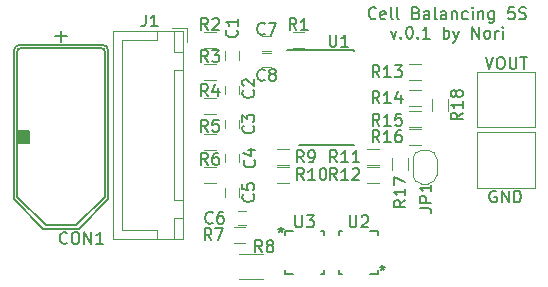
<source format=gto>
G04 #@! TF.GenerationSoftware,KiCad,Pcbnew,(5.1.10)-1*
G04 #@! TF.CreationDate,2021-09-05T18:13:48+09:00*
G04 #@! TF.ProjectId,CellBalancing_BQ77915_5S,43656c6c-4261-46c6-916e-63696e675f42,rev?*
G04 #@! TF.SameCoordinates,Original*
G04 #@! TF.FileFunction,Legend,Top*
G04 #@! TF.FilePolarity,Positive*
%FSLAX46Y46*%
G04 Gerber Fmt 4.6, Leading zero omitted, Abs format (unit mm)*
G04 Created by KiCad (PCBNEW (5.1.10)-1) date 2021-09-05 18:13:48*
%MOMM*%
%LPD*%
G01*
G04 APERTURE LIST*
%ADD10C,0.150000*%
%ADD11C,0.120000*%
%ADD12C,0.127000*%
%ADD13C,0.152400*%
G04 APERTURE END LIST*
D10*
X141752380Y-96632142D02*
X141704761Y-96679761D01*
X141561904Y-96727380D01*
X141466666Y-96727380D01*
X141323809Y-96679761D01*
X141228571Y-96584523D01*
X141180952Y-96489285D01*
X141133333Y-96298809D01*
X141133333Y-96155952D01*
X141180952Y-95965476D01*
X141228571Y-95870238D01*
X141323809Y-95775000D01*
X141466666Y-95727380D01*
X141561904Y-95727380D01*
X141704761Y-95775000D01*
X141752380Y-95822619D01*
X142561904Y-96679761D02*
X142466666Y-96727380D01*
X142276190Y-96727380D01*
X142180952Y-96679761D01*
X142133333Y-96584523D01*
X142133333Y-96203571D01*
X142180952Y-96108333D01*
X142276190Y-96060714D01*
X142466666Y-96060714D01*
X142561904Y-96108333D01*
X142609523Y-96203571D01*
X142609523Y-96298809D01*
X142133333Y-96394047D01*
X143180952Y-96727380D02*
X143085714Y-96679761D01*
X143038095Y-96584523D01*
X143038095Y-95727380D01*
X143704761Y-96727380D02*
X143609523Y-96679761D01*
X143561904Y-96584523D01*
X143561904Y-95727380D01*
X145180952Y-96203571D02*
X145323809Y-96251190D01*
X145371428Y-96298809D01*
X145419047Y-96394047D01*
X145419047Y-96536904D01*
X145371428Y-96632142D01*
X145323809Y-96679761D01*
X145228571Y-96727380D01*
X144847619Y-96727380D01*
X144847619Y-95727380D01*
X145180952Y-95727380D01*
X145276190Y-95775000D01*
X145323809Y-95822619D01*
X145371428Y-95917857D01*
X145371428Y-96013095D01*
X145323809Y-96108333D01*
X145276190Y-96155952D01*
X145180952Y-96203571D01*
X144847619Y-96203571D01*
X146276190Y-96727380D02*
X146276190Y-96203571D01*
X146228571Y-96108333D01*
X146133333Y-96060714D01*
X145942857Y-96060714D01*
X145847619Y-96108333D01*
X146276190Y-96679761D02*
X146180952Y-96727380D01*
X145942857Y-96727380D01*
X145847619Y-96679761D01*
X145800000Y-96584523D01*
X145800000Y-96489285D01*
X145847619Y-96394047D01*
X145942857Y-96346428D01*
X146180952Y-96346428D01*
X146276190Y-96298809D01*
X146895238Y-96727380D02*
X146800000Y-96679761D01*
X146752380Y-96584523D01*
X146752380Y-95727380D01*
X147704761Y-96727380D02*
X147704761Y-96203571D01*
X147657142Y-96108333D01*
X147561904Y-96060714D01*
X147371428Y-96060714D01*
X147276190Y-96108333D01*
X147704761Y-96679761D02*
X147609523Y-96727380D01*
X147371428Y-96727380D01*
X147276190Y-96679761D01*
X147228571Y-96584523D01*
X147228571Y-96489285D01*
X147276190Y-96394047D01*
X147371428Y-96346428D01*
X147609523Y-96346428D01*
X147704761Y-96298809D01*
X148180952Y-96060714D02*
X148180952Y-96727380D01*
X148180952Y-96155952D02*
X148228571Y-96108333D01*
X148323809Y-96060714D01*
X148466666Y-96060714D01*
X148561904Y-96108333D01*
X148609523Y-96203571D01*
X148609523Y-96727380D01*
X149514285Y-96679761D02*
X149419047Y-96727380D01*
X149228571Y-96727380D01*
X149133333Y-96679761D01*
X149085714Y-96632142D01*
X149038095Y-96536904D01*
X149038095Y-96251190D01*
X149085714Y-96155952D01*
X149133333Y-96108333D01*
X149228571Y-96060714D01*
X149419047Y-96060714D01*
X149514285Y-96108333D01*
X149942857Y-96727380D02*
X149942857Y-96060714D01*
X149942857Y-95727380D02*
X149895238Y-95775000D01*
X149942857Y-95822619D01*
X149990476Y-95775000D01*
X149942857Y-95727380D01*
X149942857Y-95822619D01*
X150419047Y-96060714D02*
X150419047Y-96727380D01*
X150419047Y-96155952D02*
X150466666Y-96108333D01*
X150561904Y-96060714D01*
X150704761Y-96060714D01*
X150800000Y-96108333D01*
X150847619Y-96203571D01*
X150847619Y-96727380D01*
X151752380Y-96060714D02*
X151752380Y-96870238D01*
X151704761Y-96965476D01*
X151657142Y-97013095D01*
X151561904Y-97060714D01*
X151419047Y-97060714D01*
X151323809Y-97013095D01*
X151752380Y-96679761D02*
X151657142Y-96727380D01*
X151466666Y-96727380D01*
X151371428Y-96679761D01*
X151323809Y-96632142D01*
X151276190Y-96536904D01*
X151276190Y-96251190D01*
X151323809Y-96155952D01*
X151371428Y-96108333D01*
X151466666Y-96060714D01*
X151657142Y-96060714D01*
X151752380Y-96108333D01*
X153466666Y-95727380D02*
X152990476Y-95727380D01*
X152942857Y-96203571D01*
X152990476Y-96155952D01*
X153085714Y-96108333D01*
X153323809Y-96108333D01*
X153419047Y-96155952D01*
X153466666Y-96203571D01*
X153514285Y-96298809D01*
X153514285Y-96536904D01*
X153466666Y-96632142D01*
X153419047Y-96679761D01*
X153323809Y-96727380D01*
X153085714Y-96727380D01*
X152990476Y-96679761D01*
X152942857Y-96632142D01*
X153895238Y-96679761D02*
X154038095Y-96727380D01*
X154276190Y-96727380D01*
X154371428Y-96679761D01*
X154419047Y-96632142D01*
X154466666Y-96536904D01*
X154466666Y-96441666D01*
X154419047Y-96346428D01*
X154371428Y-96298809D01*
X154276190Y-96251190D01*
X154085714Y-96203571D01*
X153990476Y-96155952D01*
X153942857Y-96108333D01*
X153895238Y-96013095D01*
X153895238Y-95917857D01*
X153942857Y-95822619D01*
X153990476Y-95775000D01*
X154085714Y-95727380D01*
X154323809Y-95727380D01*
X154466666Y-95775000D01*
X143014285Y-97710714D02*
X143252380Y-98377380D01*
X143490476Y-97710714D01*
X143871428Y-98282142D02*
X143919047Y-98329761D01*
X143871428Y-98377380D01*
X143823809Y-98329761D01*
X143871428Y-98282142D01*
X143871428Y-98377380D01*
X144538095Y-97377380D02*
X144633333Y-97377380D01*
X144728571Y-97425000D01*
X144776190Y-97472619D01*
X144823809Y-97567857D01*
X144871428Y-97758333D01*
X144871428Y-97996428D01*
X144823809Y-98186904D01*
X144776190Y-98282142D01*
X144728571Y-98329761D01*
X144633333Y-98377380D01*
X144538095Y-98377380D01*
X144442857Y-98329761D01*
X144395238Y-98282142D01*
X144347619Y-98186904D01*
X144300000Y-97996428D01*
X144300000Y-97758333D01*
X144347619Y-97567857D01*
X144395238Y-97472619D01*
X144442857Y-97425000D01*
X144538095Y-97377380D01*
X145300000Y-98282142D02*
X145347619Y-98329761D01*
X145300000Y-98377380D01*
X145252380Y-98329761D01*
X145300000Y-98282142D01*
X145300000Y-98377380D01*
X146300000Y-98377380D02*
X145728571Y-98377380D01*
X146014285Y-98377380D02*
X146014285Y-97377380D01*
X145919047Y-97520238D01*
X145823809Y-97615476D01*
X145728571Y-97663095D01*
X147490476Y-98377380D02*
X147490476Y-97377380D01*
X147490476Y-97758333D02*
X147585714Y-97710714D01*
X147776190Y-97710714D01*
X147871428Y-97758333D01*
X147919047Y-97805952D01*
X147966666Y-97901190D01*
X147966666Y-98186904D01*
X147919047Y-98282142D01*
X147871428Y-98329761D01*
X147776190Y-98377380D01*
X147585714Y-98377380D01*
X147490476Y-98329761D01*
X148300000Y-97710714D02*
X148538095Y-98377380D01*
X148776190Y-97710714D02*
X148538095Y-98377380D01*
X148442857Y-98615476D01*
X148395238Y-98663095D01*
X148300000Y-98710714D01*
X149919047Y-98377380D02*
X149919047Y-97377380D01*
X150490476Y-98377380D01*
X150490476Y-97377380D01*
X151109523Y-98377380D02*
X151014285Y-98329761D01*
X150966666Y-98282142D01*
X150919047Y-98186904D01*
X150919047Y-97901190D01*
X150966666Y-97805952D01*
X151014285Y-97758333D01*
X151109523Y-97710714D01*
X151252380Y-97710714D01*
X151347619Y-97758333D01*
X151395238Y-97805952D01*
X151442857Y-97901190D01*
X151442857Y-98186904D01*
X151395238Y-98282142D01*
X151347619Y-98329761D01*
X151252380Y-98377380D01*
X151109523Y-98377380D01*
X151871428Y-98377380D02*
X151871428Y-97710714D01*
X151871428Y-97901190D02*
X151919047Y-97805952D01*
X151966666Y-97758333D01*
X152061904Y-97710714D01*
X152157142Y-97710714D01*
X152490476Y-98377380D02*
X152490476Y-97710714D01*
X152490476Y-97377380D02*
X152442857Y-97425000D01*
X152490476Y-97472619D01*
X152538095Y-97425000D01*
X152490476Y-97377380D01*
X152490476Y-97472619D01*
D11*
X150300000Y-101200000D02*
X155200000Y-101200000D01*
X150300000Y-105900000D02*
X150300000Y-101200000D01*
X155200000Y-105900000D02*
X150300000Y-105900000D01*
X155200000Y-101200000D02*
X155200000Y-105900000D01*
X150300000Y-111000000D02*
X150300000Y-106300000D01*
X155200000Y-111000000D02*
X150300000Y-111000000D01*
X155200000Y-106300000D02*
X155200000Y-111000000D01*
X150300000Y-106300000D02*
X155200000Y-106300000D01*
D10*
X151938095Y-111300000D02*
X151842857Y-111252380D01*
X151700000Y-111252380D01*
X151557142Y-111300000D01*
X151461904Y-111395238D01*
X151414285Y-111490476D01*
X151366666Y-111680952D01*
X151366666Y-111823809D01*
X151414285Y-112014285D01*
X151461904Y-112109523D01*
X151557142Y-112204761D01*
X151700000Y-112252380D01*
X151795238Y-112252380D01*
X151938095Y-112204761D01*
X151985714Y-112157142D01*
X151985714Y-111823809D01*
X151795238Y-111823809D01*
X152414285Y-112252380D02*
X152414285Y-111252380D01*
X152985714Y-112252380D01*
X152985714Y-111252380D01*
X153461904Y-112252380D02*
X153461904Y-111252380D01*
X153700000Y-111252380D01*
X153842857Y-111300000D01*
X153938095Y-111395238D01*
X153985714Y-111490476D01*
X154033333Y-111680952D01*
X154033333Y-111823809D01*
X153985714Y-112014285D01*
X153938095Y-112109523D01*
X153842857Y-112204761D01*
X153700000Y-112252380D01*
X153461904Y-112252380D01*
X151038095Y-99952380D02*
X151371428Y-100952380D01*
X151704761Y-99952380D01*
X152228571Y-99952380D02*
X152419047Y-99952380D01*
X152514285Y-100000000D01*
X152609523Y-100095238D01*
X152657142Y-100285714D01*
X152657142Y-100619047D01*
X152609523Y-100809523D01*
X152514285Y-100904761D01*
X152419047Y-100952380D01*
X152228571Y-100952380D01*
X152133333Y-100904761D01*
X152038095Y-100809523D01*
X151990476Y-100619047D01*
X151990476Y-100285714D01*
X152038095Y-100095238D01*
X152133333Y-100000000D01*
X152228571Y-99952380D01*
X153085714Y-99952380D02*
X153085714Y-100761904D01*
X153133333Y-100857142D01*
X153180952Y-100904761D01*
X153276190Y-100952380D01*
X153466666Y-100952380D01*
X153561904Y-100904761D01*
X153609523Y-100857142D01*
X153657142Y-100761904D01*
X153657142Y-99952380D01*
X153990476Y-99952380D02*
X154561904Y-99952380D01*
X154276190Y-100952380D02*
X154276190Y-99952380D01*
X135275000Y-107425000D02*
X139925000Y-107425000D01*
X134200000Y-99325000D02*
X139925000Y-99325000D01*
X135275000Y-107425000D02*
X135275000Y-107400000D01*
X139925000Y-107425000D02*
X139925000Y-107400000D01*
X139925000Y-99375000D02*
X139925000Y-99400000D01*
D11*
X129000000Y-100150000D02*
X129000000Y-99450000D01*
X130200000Y-99450000D02*
X130200000Y-100150000D01*
X129000000Y-103050000D02*
X129000000Y-102350000D01*
X130200000Y-102350000D02*
X130200000Y-103050000D01*
X130200000Y-105250000D02*
X130200000Y-105950000D01*
X129000000Y-105950000D02*
X129000000Y-105250000D01*
X129000000Y-108850000D02*
X129000000Y-108150000D01*
X130200000Y-108150000D02*
X130200000Y-108850000D01*
X130200000Y-111050000D02*
X130200000Y-111750000D01*
X129000000Y-111750000D02*
X129000000Y-111050000D01*
X130750000Y-114200000D02*
X130050000Y-114200000D01*
X130050000Y-113000000D02*
X130750000Y-113000000D01*
X132850000Y-99400000D02*
X132150000Y-99400000D01*
X132150000Y-98200000D02*
X132850000Y-98200000D01*
X132150000Y-99600000D02*
X132850000Y-99600000D01*
X132850000Y-100800000D02*
X132150000Y-100800000D01*
D12*
X111600000Y-98900000D02*
X118600000Y-98900000D01*
X119100000Y-99400000D02*
X119100000Y-112000000D01*
X119100000Y-112000000D02*
X116600000Y-114500000D01*
X116600000Y-114500000D02*
X113600000Y-114500000D01*
X113600000Y-114500000D02*
X111100000Y-112000000D01*
X111100000Y-112000000D02*
X111100000Y-99400000D01*
X113800000Y-114200000D02*
X116400000Y-114200000D01*
X116400000Y-114200000D02*
X118800000Y-111800000D01*
X118800000Y-111800000D02*
X118800000Y-99450000D01*
X118550000Y-99200000D02*
X111650000Y-99200000D01*
X111400000Y-99450000D02*
X111400000Y-106200000D01*
X111400000Y-106200000D02*
X111400000Y-106300000D01*
X111400000Y-106300000D02*
X111400000Y-106400000D01*
X111400000Y-106400000D02*
X111400000Y-106500000D01*
X111400000Y-106500000D02*
X111400000Y-106600000D01*
X111400000Y-106600000D02*
X111400000Y-106700000D01*
X111400000Y-106700000D02*
X111400000Y-106800000D01*
X111400000Y-106800000D02*
X111400000Y-106900000D01*
X111400000Y-106900000D02*
X111400000Y-107000000D01*
X111400000Y-107000000D02*
X111400000Y-107100000D01*
X111400000Y-107100000D02*
X111400000Y-107200000D01*
X111400000Y-107200000D02*
X111400000Y-111800000D01*
X111400000Y-111800000D02*
X113800000Y-114200000D01*
X112400000Y-107200000D02*
X112400000Y-107100000D01*
X112400000Y-107100000D02*
X112400000Y-107000000D01*
X112400000Y-107000000D02*
X112400000Y-106900000D01*
X112400000Y-106900000D02*
X112400000Y-106800000D01*
X112400000Y-106800000D02*
X112400000Y-106700000D01*
X112400000Y-106700000D02*
X112400000Y-106600000D01*
X112400000Y-106600000D02*
X112400000Y-106500000D01*
X112400000Y-106500000D02*
X112400000Y-106400000D01*
X112400000Y-106400000D02*
X112400000Y-106300000D01*
X112400000Y-106300000D02*
X112400000Y-106200000D01*
X112400000Y-107200000D02*
X111400000Y-107200000D01*
X112400000Y-106200000D02*
X111400000Y-106200000D01*
X112400000Y-106700000D02*
X111400000Y-106700000D01*
X112400000Y-106800000D02*
X111400000Y-106800000D01*
X112400000Y-106900000D02*
X111400000Y-106900000D01*
X112400000Y-107000000D02*
X111400000Y-107000000D01*
X112400000Y-107100000D02*
X111400000Y-107100000D01*
X112400000Y-106600000D02*
X111400000Y-106600000D01*
X112400000Y-106500000D02*
X111400000Y-106500000D01*
X112400000Y-106400000D02*
X111400000Y-106400000D01*
X112400000Y-106300000D02*
X111400000Y-106300000D01*
X115100000Y-98700000D02*
X115100000Y-97700000D01*
X114600000Y-98200000D02*
X115600000Y-98200000D01*
X119100000Y-99400000D02*
G75*
G03*
X118600000Y-98900000I-500000J0D01*
G01*
X111600000Y-98900000D02*
G75*
G03*
X111100000Y-99400000I0J-500000D01*
G01*
X118550000Y-99200000D02*
G75*
G02*
X118800000Y-99450000I0J-250000D01*
G01*
X111400000Y-99450000D02*
G75*
G02*
X111650000Y-99200000I250000J0D01*
G01*
D11*
X125460000Y-97740000D02*
X119490000Y-97740000D01*
X119490000Y-97740000D02*
X119490000Y-115360000D01*
X119490000Y-115360000D02*
X125460000Y-115360000D01*
X125460000Y-115360000D02*
X125460000Y-97740000D01*
X125450000Y-101050000D02*
X124700000Y-101050000D01*
X124700000Y-101050000D02*
X124700000Y-112050000D01*
X124700000Y-112050000D02*
X125450000Y-112050000D01*
X125450000Y-112050000D02*
X125450000Y-101050000D01*
X125450000Y-97750000D02*
X124700000Y-97750000D01*
X124700000Y-97750000D02*
X124700000Y-99550000D01*
X124700000Y-99550000D02*
X125450000Y-99550000D01*
X125450000Y-99550000D02*
X125450000Y-97750000D01*
X125450000Y-113550000D02*
X124700000Y-113550000D01*
X124700000Y-113550000D02*
X124700000Y-115350000D01*
X124700000Y-115350000D02*
X125450000Y-115350000D01*
X125450000Y-115350000D02*
X125450000Y-113550000D01*
X123200000Y-97750000D02*
X123200000Y-98500000D01*
X123200000Y-98500000D02*
X120250000Y-98500000D01*
X120250000Y-98500000D02*
X120250000Y-106550000D01*
X123200000Y-115350000D02*
X123200000Y-114600000D01*
X123200000Y-114600000D02*
X120250000Y-114600000D01*
X120250000Y-114600000D02*
X120250000Y-106550000D01*
X125750000Y-98700000D02*
X125750000Y-97450000D01*
X125750000Y-97450000D02*
X124500000Y-97450000D01*
X145600000Y-107850000D02*
X146200000Y-107850000D01*
X144900000Y-109950000D02*
X144900000Y-108550000D01*
X146200000Y-110650000D02*
X145600000Y-110650000D01*
X146900000Y-108550000D02*
X146900000Y-109950000D01*
X146900000Y-109950000D02*
G75*
G02*
X146200000Y-110650000I-700000J0D01*
G01*
X145600000Y-110650000D02*
G75*
G02*
X144900000Y-109950000I0J700000D01*
G01*
X144900000Y-108550000D02*
G75*
G02*
X145600000Y-107850000I700000J0D01*
G01*
X146200000Y-107850000D02*
G75*
G02*
X146900000Y-108550000I0J-700000D01*
G01*
X135700000Y-99180000D02*
X134700000Y-99180000D01*
X134700000Y-97820000D02*
X135700000Y-97820000D01*
X127200000Y-97820000D02*
X128200000Y-97820000D01*
X128200000Y-99180000D02*
X127200000Y-99180000D01*
X128200000Y-101880000D02*
X127200000Y-101880000D01*
X127200000Y-100520000D02*
X128200000Y-100520000D01*
X127200000Y-103420000D02*
X128200000Y-103420000D01*
X128200000Y-104780000D02*
X127200000Y-104780000D01*
X128200000Y-107780000D02*
X127200000Y-107780000D01*
X127200000Y-106420000D02*
X128200000Y-106420000D01*
X127200000Y-109220000D02*
X128200000Y-109220000D01*
X128200000Y-110580000D02*
X127200000Y-110580000D01*
X129700000Y-114320000D02*
X130700000Y-114320000D01*
X130700000Y-115680000D02*
X129700000Y-115680000D01*
X132200000Y-118770000D02*
X130200000Y-118770000D01*
X130200000Y-116630000D02*
X132200000Y-116630000D01*
X133400000Y-107720000D02*
X134400000Y-107720000D01*
X134400000Y-109080000D02*
X133400000Y-109080000D01*
X133400000Y-109220000D02*
X134400000Y-109220000D01*
X134400000Y-110580000D02*
X133400000Y-110580000D01*
X142000000Y-109080000D02*
X141000000Y-109080000D01*
X141000000Y-107720000D02*
X142000000Y-107720000D01*
X142000000Y-110580000D02*
X141000000Y-110580000D01*
X141000000Y-109220000D02*
X142000000Y-109220000D01*
X145600000Y-101880000D02*
X144600000Y-101880000D01*
X144600000Y-100520000D02*
X145600000Y-100520000D01*
X144600000Y-102720000D02*
X145600000Y-102720000D01*
X145600000Y-104080000D02*
X144600000Y-104080000D01*
X145600000Y-105880000D02*
X144600000Y-105880000D01*
X144600000Y-104520000D02*
X145600000Y-104520000D01*
X144600000Y-106020000D02*
X145600000Y-106020000D01*
X145600000Y-107380000D02*
X144600000Y-107380000D01*
X144480000Y-108500000D02*
X144480000Y-109500000D01*
X143120000Y-109500000D02*
X143120000Y-108500000D01*
X146520000Y-104500000D02*
X146520000Y-103500000D01*
X147880000Y-103500000D02*
X147880000Y-104500000D01*
D13*
X141925600Y-114671200D02*
X141229850Y-114671200D01*
X138674400Y-114671200D02*
X138674400Y-115039861D01*
X138674400Y-118328800D02*
X138862150Y-118328800D01*
X141925600Y-118328800D02*
X141925600Y-117960139D01*
X141925600Y-115039861D02*
X141925600Y-114671200D01*
X138674400Y-117960139D02*
X138674400Y-118328800D01*
X138862150Y-114671200D02*
X138674400Y-114671200D01*
X141229850Y-118328800D02*
X141925600Y-118328800D01*
X134770150Y-114671200D02*
X134074400Y-114671200D01*
X137137850Y-118328800D02*
X137325600Y-118328800D01*
X137325600Y-115039861D02*
X137325600Y-114671200D01*
X134074400Y-117960139D02*
X134074400Y-118328800D01*
X134074400Y-114671200D02*
X134074400Y-115039861D01*
X137325600Y-114671200D02*
X137137850Y-114671200D01*
X137325600Y-118328800D02*
X137325600Y-117960139D01*
X134074400Y-118328800D02*
X134770150Y-118328800D01*
D10*
X137838095Y-98052380D02*
X137838095Y-98861904D01*
X137885714Y-98957142D01*
X137933333Y-99004761D01*
X138028571Y-99052380D01*
X138219047Y-99052380D01*
X138314285Y-99004761D01*
X138361904Y-98957142D01*
X138409523Y-98861904D01*
X138409523Y-98052380D01*
X139409523Y-99052380D02*
X138838095Y-99052380D01*
X139123809Y-99052380D02*
X139123809Y-98052380D01*
X139028571Y-98195238D01*
X138933333Y-98290476D01*
X138838095Y-98338095D01*
X129957142Y-97666666D02*
X130004761Y-97714285D01*
X130052380Y-97857142D01*
X130052380Y-97952380D01*
X130004761Y-98095238D01*
X129909523Y-98190476D01*
X129814285Y-98238095D01*
X129623809Y-98285714D01*
X129480952Y-98285714D01*
X129290476Y-98238095D01*
X129195238Y-98190476D01*
X129100000Y-98095238D01*
X129052380Y-97952380D01*
X129052380Y-97857142D01*
X129100000Y-97714285D01*
X129147619Y-97666666D01*
X130052380Y-96714285D02*
X130052380Y-97285714D01*
X130052380Y-97000000D02*
X129052380Y-97000000D01*
X129195238Y-97095238D01*
X129290476Y-97190476D01*
X129338095Y-97285714D01*
X131357142Y-102766666D02*
X131404761Y-102814285D01*
X131452380Y-102957142D01*
X131452380Y-103052380D01*
X131404761Y-103195238D01*
X131309523Y-103290476D01*
X131214285Y-103338095D01*
X131023809Y-103385714D01*
X130880952Y-103385714D01*
X130690476Y-103338095D01*
X130595238Y-103290476D01*
X130500000Y-103195238D01*
X130452380Y-103052380D01*
X130452380Y-102957142D01*
X130500000Y-102814285D01*
X130547619Y-102766666D01*
X130547619Y-102385714D02*
X130500000Y-102338095D01*
X130452380Y-102242857D01*
X130452380Y-102004761D01*
X130500000Y-101909523D01*
X130547619Y-101861904D01*
X130642857Y-101814285D01*
X130738095Y-101814285D01*
X130880952Y-101861904D01*
X131452380Y-102433333D01*
X131452380Y-101814285D01*
X131357142Y-105766666D02*
X131404761Y-105814285D01*
X131452380Y-105957142D01*
X131452380Y-106052380D01*
X131404761Y-106195238D01*
X131309523Y-106290476D01*
X131214285Y-106338095D01*
X131023809Y-106385714D01*
X130880952Y-106385714D01*
X130690476Y-106338095D01*
X130595238Y-106290476D01*
X130500000Y-106195238D01*
X130452380Y-106052380D01*
X130452380Y-105957142D01*
X130500000Y-105814285D01*
X130547619Y-105766666D01*
X130452380Y-105433333D02*
X130452380Y-104814285D01*
X130833333Y-105147619D01*
X130833333Y-105004761D01*
X130880952Y-104909523D01*
X130928571Y-104861904D01*
X131023809Y-104814285D01*
X131261904Y-104814285D01*
X131357142Y-104861904D01*
X131404761Y-104909523D01*
X131452380Y-105004761D01*
X131452380Y-105290476D01*
X131404761Y-105385714D01*
X131357142Y-105433333D01*
X131457142Y-108666666D02*
X131504761Y-108714285D01*
X131552380Y-108857142D01*
X131552380Y-108952380D01*
X131504761Y-109095238D01*
X131409523Y-109190476D01*
X131314285Y-109238095D01*
X131123809Y-109285714D01*
X130980952Y-109285714D01*
X130790476Y-109238095D01*
X130695238Y-109190476D01*
X130600000Y-109095238D01*
X130552380Y-108952380D01*
X130552380Y-108857142D01*
X130600000Y-108714285D01*
X130647619Y-108666666D01*
X130885714Y-107809523D02*
X131552380Y-107809523D01*
X130504761Y-108047619D02*
X131219047Y-108285714D01*
X131219047Y-107666666D01*
X131357142Y-111566666D02*
X131404761Y-111614285D01*
X131452380Y-111757142D01*
X131452380Y-111852380D01*
X131404761Y-111995238D01*
X131309523Y-112090476D01*
X131214285Y-112138095D01*
X131023809Y-112185714D01*
X130880952Y-112185714D01*
X130690476Y-112138095D01*
X130595238Y-112090476D01*
X130500000Y-111995238D01*
X130452380Y-111852380D01*
X130452380Y-111757142D01*
X130500000Y-111614285D01*
X130547619Y-111566666D01*
X130452380Y-110661904D02*
X130452380Y-111138095D01*
X130928571Y-111185714D01*
X130880952Y-111138095D01*
X130833333Y-111042857D01*
X130833333Y-110804761D01*
X130880952Y-110709523D01*
X130928571Y-110661904D01*
X131023809Y-110614285D01*
X131261904Y-110614285D01*
X131357142Y-110661904D01*
X131404761Y-110709523D01*
X131452380Y-110804761D01*
X131452380Y-111042857D01*
X131404761Y-111138095D01*
X131357142Y-111185714D01*
X127933333Y-113957142D02*
X127885714Y-114004761D01*
X127742857Y-114052380D01*
X127647619Y-114052380D01*
X127504761Y-114004761D01*
X127409523Y-113909523D01*
X127361904Y-113814285D01*
X127314285Y-113623809D01*
X127314285Y-113480952D01*
X127361904Y-113290476D01*
X127409523Y-113195238D01*
X127504761Y-113100000D01*
X127647619Y-113052380D01*
X127742857Y-113052380D01*
X127885714Y-113100000D01*
X127933333Y-113147619D01*
X128790476Y-113052380D02*
X128600000Y-113052380D01*
X128504761Y-113100000D01*
X128457142Y-113147619D01*
X128361904Y-113290476D01*
X128314285Y-113480952D01*
X128314285Y-113861904D01*
X128361904Y-113957142D01*
X128409523Y-114004761D01*
X128504761Y-114052380D01*
X128695238Y-114052380D01*
X128790476Y-114004761D01*
X128838095Y-113957142D01*
X128885714Y-113861904D01*
X128885714Y-113623809D01*
X128838095Y-113528571D01*
X128790476Y-113480952D01*
X128695238Y-113433333D01*
X128504761Y-113433333D01*
X128409523Y-113480952D01*
X128361904Y-113528571D01*
X128314285Y-113623809D01*
X132333333Y-97957142D02*
X132285714Y-98004761D01*
X132142857Y-98052380D01*
X132047619Y-98052380D01*
X131904761Y-98004761D01*
X131809523Y-97909523D01*
X131761904Y-97814285D01*
X131714285Y-97623809D01*
X131714285Y-97480952D01*
X131761904Y-97290476D01*
X131809523Y-97195238D01*
X131904761Y-97100000D01*
X132047619Y-97052380D01*
X132142857Y-97052380D01*
X132285714Y-97100000D01*
X132333333Y-97147619D01*
X132666666Y-97052380D02*
X133333333Y-97052380D01*
X132904761Y-98052380D01*
X132333333Y-101857142D02*
X132285714Y-101904761D01*
X132142857Y-101952380D01*
X132047619Y-101952380D01*
X131904761Y-101904761D01*
X131809523Y-101809523D01*
X131761904Y-101714285D01*
X131714285Y-101523809D01*
X131714285Y-101380952D01*
X131761904Y-101190476D01*
X131809523Y-101095238D01*
X131904761Y-101000000D01*
X132047619Y-100952380D01*
X132142857Y-100952380D01*
X132285714Y-101000000D01*
X132333333Y-101047619D01*
X132904761Y-101380952D02*
X132809523Y-101333333D01*
X132761904Y-101285714D01*
X132714285Y-101190476D01*
X132714285Y-101142857D01*
X132761904Y-101047619D01*
X132809523Y-101000000D01*
X132904761Y-100952380D01*
X133095238Y-100952380D01*
X133190476Y-101000000D01*
X133238095Y-101047619D01*
X133285714Y-101142857D01*
X133285714Y-101190476D01*
X133238095Y-101285714D01*
X133190476Y-101333333D01*
X133095238Y-101380952D01*
X132904761Y-101380952D01*
X132809523Y-101428571D01*
X132761904Y-101476190D01*
X132714285Y-101571428D01*
X132714285Y-101761904D01*
X132761904Y-101857142D01*
X132809523Y-101904761D01*
X132904761Y-101952380D01*
X133095238Y-101952380D01*
X133190476Y-101904761D01*
X133238095Y-101857142D01*
X133285714Y-101761904D01*
X133285714Y-101571428D01*
X133238095Y-101476190D01*
X133190476Y-101428571D01*
X133095238Y-101380952D01*
X115607023Y-115657142D02*
X115559404Y-115704761D01*
X115416547Y-115752380D01*
X115321309Y-115752380D01*
X115178452Y-115704761D01*
X115083214Y-115609523D01*
X115035595Y-115514285D01*
X114987976Y-115323809D01*
X114987976Y-115180952D01*
X115035595Y-114990476D01*
X115083214Y-114895238D01*
X115178452Y-114800000D01*
X115321309Y-114752380D01*
X115416547Y-114752380D01*
X115559404Y-114800000D01*
X115607023Y-114847619D01*
X116226071Y-114752380D02*
X116416547Y-114752380D01*
X116511785Y-114800000D01*
X116607023Y-114895238D01*
X116654642Y-115085714D01*
X116654642Y-115419047D01*
X116607023Y-115609523D01*
X116511785Y-115704761D01*
X116416547Y-115752380D01*
X116226071Y-115752380D01*
X116130833Y-115704761D01*
X116035595Y-115609523D01*
X115987976Y-115419047D01*
X115987976Y-115085714D01*
X116035595Y-114895238D01*
X116130833Y-114800000D01*
X116226071Y-114752380D01*
X117083214Y-115752380D02*
X117083214Y-114752380D01*
X117654642Y-115752380D01*
X117654642Y-114752380D01*
X118654642Y-115752380D02*
X118083214Y-115752380D01*
X118368928Y-115752380D02*
X118368928Y-114752380D01*
X118273690Y-114895238D01*
X118178452Y-114990476D01*
X118083214Y-115038095D01*
X122266666Y-96352380D02*
X122266666Y-97066666D01*
X122219047Y-97209523D01*
X122123809Y-97304761D01*
X121980952Y-97352380D01*
X121885714Y-97352380D01*
X123266666Y-97352380D02*
X122695238Y-97352380D01*
X122980952Y-97352380D02*
X122980952Y-96352380D01*
X122885714Y-96495238D01*
X122790476Y-96590476D01*
X122695238Y-96638095D01*
X145452380Y-112733333D02*
X146166666Y-112733333D01*
X146309523Y-112780952D01*
X146404761Y-112876190D01*
X146452380Y-113019047D01*
X146452380Y-113114285D01*
X146452380Y-112257142D02*
X145452380Y-112257142D01*
X145452380Y-111876190D01*
X145500000Y-111780952D01*
X145547619Y-111733333D01*
X145642857Y-111685714D01*
X145785714Y-111685714D01*
X145880952Y-111733333D01*
X145928571Y-111780952D01*
X145976190Y-111876190D01*
X145976190Y-112257142D01*
X146452380Y-110733333D02*
X146452380Y-111304761D01*
X146452380Y-111019047D02*
X145452380Y-111019047D01*
X145595238Y-111114285D01*
X145690476Y-111209523D01*
X145738095Y-111304761D01*
X135033333Y-97652380D02*
X134700000Y-97176190D01*
X134461904Y-97652380D02*
X134461904Y-96652380D01*
X134842857Y-96652380D01*
X134938095Y-96700000D01*
X134985714Y-96747619D01*
X135033333Y-96842857D01*
X135033333Y-96985714D01*
X134985714Y-97080952D01*
X134938095Y-97128571D01*
X134842857Y-97176190D01*
X134461904Y-97176190D01*
X135985714Y-97652380D02*
X135414285Y-97652380D01*
X135700000Y-97652380D02*
X135700000Y-96652380D01*
X135604761Y-96795238D01*
X135509523Y-96890476D01*
X135414285Y-96938095D01*
X127533333Y-97652380D02*
X127200000Y-97176190D01*
X126961904Y-97652380D02*
X126961904Y-96652380D01*
X127342857Y-96652380D01*
X127438095Y-96700000D01*
X127485714Y-96747619D01*
X127533333Y-96842857D01*
X127533333Y-96985714D01*
X127485714Y-97080952D01*
X127438095Y-97128571D01*
X127342857Y-97176190D01*
X126961904Y-97176190D01*
X127914285Y-96747619D02*
X127961904Y-96700000D01*
X128057142Y-96652380D01*
X128295238Y-96652380D01*
X128390476Y-96700000D01*
X128438095Y-96747619D01*
X128485714Y-96842857D01*
X128485714Y-96938095D01*
X128438095Y-97080952D01*
X127866666Y-97652380D01*
X128485714Y-97652380D01*
X127533333Y-100352380D02*
X127200000Y-99876190D01*
X126961904Y-100352380D02*
X126961904Y-99352380D01*
X127342857Y-99352380D01*
X127438095Y-99400000D01*
X127485714Y-99447619D01*
X127533333Y-99542857D01*
X127533333Y-99685714D01*
X127485714Y-99780952D01*
X127438095Y-99828571D01*
X127342857Y-99876190D01*
X126961904Y-99876190D01*
X127866666Y-99352380D02*
X128485714Y-99352380D01*
X128152380Y-99733333D01*
X128295238Y-99733333D01*
X128390476Y-99780952D01*
X128438095Y-99828571D01*
X128485714Y-99923809D01*
X128485714Y-100161904D01*
X128438095Y-100257142D01*
X128390476Y-100304761D01*
X128295238Y-100352380D01*
X128009523Y-100352380D01*
X127914285Y-100304761D01*
X127866666Y-100257142D01*
X127533333Y-103252380D02*
X127200000Y-102776190D01*
X126961904Y-103252380D02*
X126961904Y-102252380D01*
X127342857Y-102252380D01*
X127438095Y-102300000D01*
X127485714Y-102347619D01*
X127533333Y-102442857D01*
X127533333Y-102585714D01*
X127485714Y-102680952D01*
X127438095Y-102728571D01*
X127342857Y-102776190D01*
X126961904Y-102776190D01*
X128390476Y-102585714D02*
X128390476Y-103252380D01*
X128152380Y-102204761D02*
X127914285Y-102919047D01*
X128533333Y-102919047D01*
X127533333Y-106252380D02*
X127200000Y-105776190D01*
X126961904Y-106252380D02*
X126961904Y-105252380D01*
X127342857Y-105252380D01*
X127438095Y-105300000D01*
X127485714Y-105347619D01*
X127533333Y-105442857D01*
X127533333Y-105585714D01*
X127485714Y-105680952D01*
X127438095Y-105728571D01*
X127342857Y-105776190D01*
X126961904Y-105776190D01*
X128438095Y-105252380D02*
X127961904Y-105252380D01*
X127914285Y-105728571D01*
X127961904Y-105680952D01*
X128057142Y-105633333D01*
X128295238Y-105633333D01*
X128390476Y-105680952D01*
X128438095Y-105728571D01*
X128485714Y-105823809D01*
X128485714Y-106061904D01*
X128438095Y-106157142D01*
X128390476Y-106204761D01*
X128295238Y-106252380D01*
X128057142Y-106252380D01*
X127961904Y-106204761D01*
X127914285Y-106157142D01*
X127533333Y-109052380D02*
X127200000Y-108576190D01*
X126961904Y-109052380D02*
X126961904Y-108052380D01*
X127342857Y-108052380D01*
X127438095Y-108100000D01*
X127485714Y-108147619D01*
X127533333Y-108242857D01*
X127533333Y-108385714D01*
X127485714Y-108480952D01*
X127438095Y-108528571D01*
X127342857Y-108576190D01*
X126961904Y-108576190D01*
X128390476Y-108052380D02*
X128200000Y-108052380D01*
X128104761Y-108100000D01*
X128057142Y-108147619D01*
X127961904Y-108290476D01*
X127914285Y-108480952D01*
X127914285Y-108861904D01*
X127961904Y-108957142D01*
X128009523Y-109004761D01*
X128104761Y-109052380D01*
X128295238Y-109052380D01*
X128390476Y-109004761D01*
X128438095Y-108957142D01*
X128485714Y-108861904D01*
X128485714Y-108623809D01*
X128438095Y-108528571D01*
X128390476Y-108480952D01*
X128295238Y-108433333D01*
X128104761Y-108433333D01*
X128009523Y-108480952D01*
X127961904Y-108528571D01*
X127914285Y-108623809D01*
X127833333Y-115452380D02*
X127500000Y-114976190D01*
X127261904Y-115452380D02*
X127261904Y-114452380D01*
X127642857Y-114452380D01*
X127738095Y-114500000D01*
X127785714Y-114547619D01*
X127833333Y-114642857D01*
X127833333Y-114785714D01*
X127785714Y-114880952D01*
X127738095Y-114928571D01*
X127642857Y-114976190D01*
X127261904Y-114976190D01*
X128166666Y-114452380D02*
X128833333Y-114452380D01*
X128404761Y-115452380D01*
X132133333Y-116452380D02*
X131800000Y-115976190D01*
X131561904Y-116452380D02*
X131561904Y-115452380D01*
X131942857Y-115452380D01*
X132038095Y-115500000D01*
X132085714Y-115547619D01*
X132133333Y-115642857D01*
X132133333Y-115785714D01*
X132085714Y-115880952D01*
X132038095Y-115928571D01*
X131942857Y-115976190D01*
X131561904Y-115976190D01*
X132704761Y-115880952D02*
X132609523Y-115833333D01*
X132561904Y-115785714D01*
X132514285Y-115690476D01*
X132514285Y-115642857D01*
X132561904Y-115547619D01*
X132609523Y-115500000D01*
X132704761Y-115452380D01*
X132895238Y-115452380D01*
X132990476Y-115500000D01*
X133038095Y-115547619D01*
X133085714Y-115642857D01*
X133085714Y-115690476D01*
X133038095Y-115785714D01*
X132990476Y-115833333D01*
X132895238Y-115880952D01*
X132704761Y-115880952D01*
X132609523Y-115928571D01*
X132561904Y-115976190D01*
X132514285Y-116071428D01*
X132514285Y-116261904D01*
X132561904Y-116357142D01*
X132609523Y-116404761D01*
X132704761Y-116452380D01*
X132895238Y-116452380D01*
X132990476Y-116404761D01*
X133038095Y-116357142D01*
X133085714Y-116261904D01*
X133085714Y-116071428D01*
X133038095Y-115976190D01*
X132990476Y-115928571D01*
X132895238Y-115880952D01*
X135633333Y-108852380D02*
X135300000Y-108376190D01*
X135061904Y-108852380D02*
X135061904Y-107852380D01*
X135442857Y-107852380D01*
X135538095Y-107900000D01*
X135585714Y-107947619D01*
X135633333Y-108042857D01*
X135633333Y-108185714D01*
X135585714Y-108280952D01*
X135538095Y-108328571D01*
X135442857Y-108376190D01*
X135061904Y-108376190D01*
X136109523Y-108852380D02*
X136300000Y-108852380D01*
X136395238Y-108804761D01*
X136442857Y-108757142D01*
X136538095Y-108614285D01*
X136585714Y-108423809D01*
X136585714Y-108042857D01*
X136538095Y-107947619D01*
X136490476Y-107900000D01*
X136395238Y-107852380D01*
X136204761Y-107852380D01*
X136109523Y-107900000D01*
X136061904Y-107947619D01*
X136014285Y-108042857D01*
X136014285Y-108280952D01*
X136061904Y-108376190D01*
X136109523Y-108423809D01*
X136204761Y-108471428D01*
X136395238Y-108471428D01*
X136490476Y-108423809D01*
X136538095Y-108376190D01*
X136585714Y-108280952D01*
X135657142Y-110352380D02*
X135323809Y-109876190D01*
X135085714Y-110352380D02*
X135085714Y-109352380D01*
X135466666Y-109352380D01*
X135561904Y-109400000D01*
X135609523Y-109447619D01*
X135657142Y-109542857D01*
X135657142Y-109685714D01*
X135609523Y-109780952D01*
X135561904Y-109828571D01*
X135466666Y-109876190D01*
X135085714Y-109876190D01*
X136609523Y-110352380D02*
X136038095Y-110352380D01*
X136323809Y-110352380D02*
X136323809Y-109352380D01*
X136228571Y-109495238D01*
X136133333Y-109590476D01*
X136038095Y-109638095D01*
X137228571Y-109352380D02*
X137323809Y-109352380D01*
X137419047Y-109400000D01*
X137466666Y-109447619D01*
X137514285Y-109542857D01*
X137561904Y-109733333D01*
X137561904Y-109971428D01*
X137514285Y-110161904D01*
X137466666Y-110257142D01*
X137419047Y-110304761D01*
X137323809Y-110352380D01*
X137228571Y-110352380D01*
X137133333Y-110304761D01*
X137085714Y-110257142D01*
X137038095Y-110161904D01*
X136990476Y-109971428D01*
X136990476Y-109733333D01*
X137038095Y-109542857D01*
X137085714Y-109447619D01*
X137133333Y-109400000D01*
X137228571Y-109352380D01*
X138457142Y-108852380D02*
X138123809Y-108376190D01*
X137885714Y-108852380D02*
X137885714Y-107852380D01*
X138266666Y-107852380D01*
X138361904Y-107900000D01*
X138409523Y-107947619D01*
X138457142Y-108042857D01*
X138457142Y-108185714D01*
X138409523Y-108280952D01*
X138361904Y-108328571D01*
X138266666Y-108376190D01*
X137885714Y-108376190D01*
X139409523Y-108852380D02*
X138838095Y-108852380D01*
X139123809Y-108852380D02*
X139123809Y-107852380D01*
X139028571Y-107995238D01*
X138933333Y-108090476D01*
X138838095Y-108138095D01*
X140361904Y-108852380D02*
X139790476Y-108852380D01*
X140076190Y-108852380D02*
X140076190Y-107852380D01*
X139980952Y-107995238D01*
X139885714Y-108090476D01*
X139790476Y-108138095D01*
X138457142Y-110352380D02*
X138123809Y-109876190D01*
X137885714Y-110352380D02*
X137885714Y-109352380D01*
X138266666Y-109352380D01*
X138361904Y-109400000D01*
X138409523Y-109447619D01*
X138457142Y-109542857D01*
X138457142Y-109685714D01*
X138409523Y-109780952D01*
X138361904Y-109828571D01*
X138266666Y-109876190D01*
X137885714Y-109876190D01*
X139409523Y-110352380D02*
X138838095Y-110352380D01*
X139123809Y-110352380D02*
X139123809Y-109352380D01*
X139028571Y-109495238D01*
X138933333Y-109590476D01*
X138838095Y-109638095D01*
X139790476Y-109447619D02*
X139838095Y-109400000D01*
X139933333Y-109352380D01*
X140171428Y-109352380D01*
X140266666Y-109400000D01*
X140314285Y-109447619D01*
X140361904Y-109542857D01*
X140361904Y-109638095D01*
X140314285Y-109780952D01*
X139742857Y-110352380D01*
X140361904Y-110352380D01*
X142057142Y-101652380D02*
X141723809Y-101176190D01*
X141485714Y-101652380D02*
X141485714Y-100652380D01*
X141866666Y-100652380D01*
X141961904Y-100700000D01*
X142009523Y-100747619D01*
X142057142Y-100842857D01*
X142057142Y-100985714D01*
X142009523Y-101080952D01*
X141961904Y-101128571D01*
X141866666Y-101176190D01*
X141485714Y-101176190D01*
X143009523Y-101652380D02*
X142438095Y-101652380D01*
X142723809Y-101652380D02*
X142723809Y-100652380D01*
X142628571Y-100795238D01*
X142533333Y-100890476D01*
X142438095Y-100938095D01*
X143342857Y-100652380D02*
X143961904Y-100652380D01*
X143628571Y-101033333D01*
X143771428Y-101033333D01*
X143866666Y-101080952D01*
X143914285Y-101128571D01*
X143961904Y-101223809D01*
X143961904Y-101461904D01*
X143914285Y-101557142D01*
X143866666Y-101604761D01*
X143771428Y-101652380D01*
X143485714Y-101652380D01*
X143390476Y-101604761D01*
X143342857Y-101557142D01*
X142057142Y-103852380D02*
X141723809Y-103376190D01*
X141485714Y-103852380D02*
X141485714Y-102852380D01*
X141866666Y-102852380D01*
X141961904Y-102900000D01*
X142009523Y-102947619D01*
X142057142Y-103042857D01*
X142057142Y-103185714D01*
X142009523Y-103280952D01*
X141961904Y-103328571D01*
X141866666Y-103376190D01*
X141485714Y-103376190D01*
X143009523Y-103852380D02*
X142438095Y-103852380D01*
X142723809Y-103852380D02*
X142723809Y-102852380D01*
X142628571Y-102995238D01*
X142533333Y-103090476D01*
X142438095Y-103138095D01*
X143866666Y-103185714D02*
X143866666Y-103852380D01*
X143628571Y-102804761D02*
X143390476Y-103519047D01*
X144009523Y-103519047D01*
X142057142Y-105752380D02*
X141723809Y-105276190D01*
X141485714Y-105752380D02*
X141485714Y-104752380D01*
X141866666Y-104752380D01*
X141961904Y-104800000D01*
X142009523Y-104847619D01*
X142057142Y-104942857D01*
X142057142Y-105085714D01*
X142009523Y-105180952D01*
X141961904Y-105228571D01*
X141866666Y-105276190D01*
X141485714Y-105276190D01*
X143009523Y-105752380D02*
X142438095Y-105752380D01*
X142723809Y-105752380D02*
X142723809Y-104752380D01*
X142628571Y-104895238D01*
X142533333Y-104990476D01*
X142438095Y-105038095D01*
X143914285Y-104752380D02*
X143438095Y-104752380D01*
X143390476Y-105228571D01*
X143438095Y-105180952D01*
X143533333Y-105133333D01*
X143771428Y-105133333D01*
X143866666Y-105180952D01*
X143914285Y-105228571D01*
X143961904Y-105323809D01*
X143961904Y-105561904D01*
X143914285Y-105657142D01*
X143866666Y-105704761D01*
X143771428Y-105752380D01*
X143533333Y-105752380D01*
X143438095Y-105704761D01*
X143390476Y-105657142D01*
X142057142Y-107152380D02*
X141723809Y-106676190D01*
X141485714Y-107152380D02*
X141485714Y-106152380D01*
X141866666Y-106152380D01*
X141961904Y-106200000D01*
X142009523Y-106247619D01*
X142057142Y-106342857D01*
X142057142Y-106485714D01*
X142009523Y-106580952D01*
X141961904Y-106628571D01*
X141866666Y-106676190D01*
X141485714Y-106676190D01*
X143009523Y-107152380D02*
X142438095Y-107152380D01*
X142723809Y-107152380D02*
X142723809Y-106152380D01*
X142628571Y-106295238D01*
X142533333Y-106390476D01*
X142438095Y-106438095D01*
X143866666Y-106152380D02*
X143676190Y-106152380D01*
X143580952Y-106200000D01*
X143533333Y-106247619D01*
X143438095Y-106390476D01*
X143390476Y-106580952D01*
X143390476Y-106961904D01*
X143438095Y-107057142D01*
X143485714Y-107104761D01*
X143580952Y-107152380D01*
X143771428Y-107152380D01*
X143866666Y-107104761D01*
X143914285Y-107057142D01*
X143961904Y-106961904D01*
X143961904Y-106723809D01*
X143914285Y-106628571D01*
X143866666Y-106580952D01*
X143771428Y-106533333D01*
X143580952Y-106533333D01*
X143485714Y-106580952D01*
X143438095Y-106628571D01*
X143390476Y-106723809D01*
X144252380Y-112042857D02*
X143776190Y-112376190D01*
X144252380Y-112614285D02*
X143252380Y-112614285D01*
X143252380Y-112233333D01*
X143300000Y-112138095D01*
X143347619Y-112090476D01*
X143442857Y-112042857D01*
X143585714Y-112042857D01*
X143680952Y-112090476D01*
X143728571Y-112138095D01*
X143776190Y-112233333D01*
X143776190Y-112614285D01*
X144252380Y-111090476D02*
X144252380Y-111661904D01*
X144252380Y-111376190D02*
X143252380Y-111376190D01*
X143395238Y-111471428D01*
X143490476Y-111566666D01*
X143538095Y-111661904D01*
X143252380Y-110757142D02*
X143252380Y-110090476D01*
X144252380Y-110519047D01*
X149102380Y-104642857D02*
X148626190Y-104976190D01*
X149102380Y-105214285D02*
X148102380Y-105214285D01*
X148102380Y-104833333D01*
X148150000Y-104738095D01*
X148197619Y-104690476D01*
X148292857Y-104642857D01*
X148435714Y-104642857D01*
X148530952Y-104690476D01*
X148578571Y-104738095D01*
X148626190Y-104833333D01*
X148626190Y-105214285D01*
X149102380Y-103690476D02*
X149102380Y-104261904D01*
X149102380Y-103976190D02*
X148102380Y-103976190D01*
X148245238Y-104071428D01*
X148340476Y-104166666D01*
X148388095Y-104261904D01*
X148530952Y-103119047D02*
X148483333Y-103214285D01*
X148435714Y-103261904D01*
X148340476Y-103309523D01*
X148292857Y-103309523D01*
X148197619Y-103261904D01*
X148150000Y-103214285D01*
X148102380Y-103119047D01*
X148102380Y-102928571D01*
X148150000Y-102833333D01*
X148197619Y-102785714D01*
X148292857Y-102738095D01*
X148340476Y-102738095D01*
X148435714Y-102785714D01*
X148483333Y-102833333D01*
X148530952Y-102928571D01*
X148530952Y-103119047D01*
X148578571Y-103214285D01*
X148626190Y-103261904D01*
X148721428Y-103309523D01*
X148911904Y-103309523D01*
X149007142Y-103261904D01*
X149054761Y-103214285D01*
X149102380Y-103119047D01*
X149102380Y-102928571D01*
X149054761Y-102833333D01*
X149007142Y-102785714D01*
X148911904Y-102738095D01*
X148721428Y-102738095D01*
X148626190Y-102785714D01*
X148578571Y-102833333D01*
X148530952Y-102928571D01*
X139538095Y-113352380D02*
X139538095Y-114161904D01*
X139585714Y-114257142D01*
X139633333Y-114304761D01*
X139728571Y-114352380D01*
X139919047Y-114352380D01*
X140014285Y-114304761D01*
X140061904Y-114257142D01*
X140109523Y-114161904D01*
X140109523Y-113352380D01*
X140538095Y-113447619D02*
X140585714Y-113400000D01*
X140680952Y-113352380D01*
X140919047Y-113352380D01*
X141014285Y-113400000D01*
X141061904Y-113447619D01*
X141109523Y-113542857D01*
X141109523Y-113638095D01*
X141061904Y-113780952D01*
X140490476Y-114352380D01*
X141109523Y-114352380D01*
X142300000Y-117552380D02*
X142300000Y-117790476D01*
X142061904Y-117695238D02*
X142300000Y-117790476D01*
X142538095Y-117695238D01*
X142157142Y-117980952D02*
X142300000Y-117790476D01*
X142442857Y-117980952D01*
X134938095Y-113352380D02*
X134938095Y-114161904D01*
X134985714Y-114257142D01*
X135033333Y-114304761D01*
X135128571Y-114352380D01*
X135319047Y-114352380D01*
X135414285Y-114304761D01*
X135461904Y-114257142D01*
X135509523Y-114161904D01*
X135509523Y-113352380D01*
X135890476Y-113352380D02*
X136509523Y-113352380D01*
X136176190Y-113733333D01*
X136319047Y-113733333D01*
X136414285Y-113780952D01*
X136461904Y-113828571D01*
X136509523Y-113923809D01*
X136509523Y-114161904D01*
X136461904Y-114257142D01*
X136414285Y-114304761D01*
X136319047Y-114352380D01*
X136033333Y-114352380D01*
X135938095Y-114304761D01*
X135890476Y-114257142D01*
X133700000Y-114352380D02*
X133700000Y-114590476D01*
X133461904Y-114495238D02*
X133700000Y-114590476D01*
X133938095Y-114495238D01*
X133557142Y-114780952D02*
X133700000Y-114590476D01*
X133842857Y-114780952D01*
M02*

</source>
